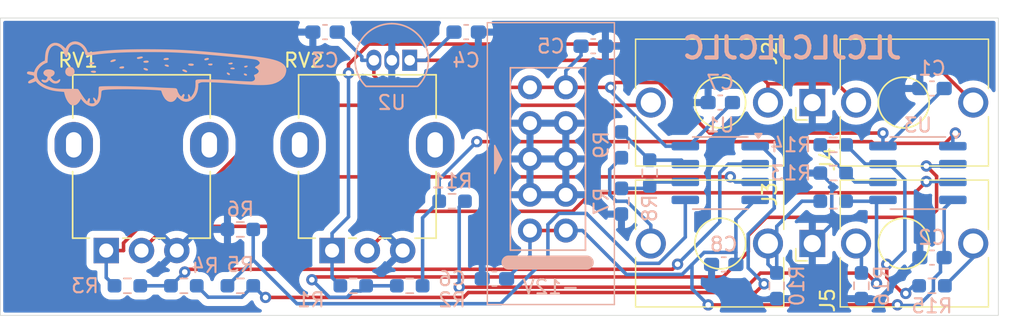
<source format=kicad_pcb>
(kicad_pcb (version 20240108) (generator "pcbnew") (generator_version "8.0")
  (layers (0 "F.Cu" signal) (31 "B.Cu" signal) (34 "B.Paste" user) (35 "F.Paste" user) (36 "B.SilkS" user "B.Silkscreen") (37 "F.SilkS" user "F.Silkscreen") (38 "B.Mask" user) (39 "F.Mask" user) (44 "Edge.Cuts" user))
  (net 0 "")
  (net 1 "+5V")
  (net 2 "GND1")
  (net 3 "-12V")
  (net 4 "+12V")
  (net 5 "/controls/channel/MIX_OUT")
  (net 6 "Net-(U1B--)")
  (net 7 "Net-(J2-PadT)")
  (net 8 "Net-(U1A--)")
  (net 9 "Net-(R4-Pad1)")
  (net 10 "Net-(U1B-+)")
  (net 11 "Net-(R8-Pad1)")
  (net 12 "Net-(U1A-+)")
  (net 13 "Net-(J3-PadT)")
  (net 14 "Net-(J4-PadT)")
  (net 15 "Net-(J5-PadT)")
  (net 16 "/controls/channel1/MIX_OUT")
  (net 17 "Net-(U3A--)")
  (net 18 "Net-(R11-Pad2)")
  (net 19 "Net-(U3B-+)")
  (net 20 "Net-(U3B--)")
  (net 21 "Net-(R14-Pad1)")
  (net 22 "Net-(U3A-+)")
  (footprint "KitsBlips:Jack_3.5mm_QingPu_WQP-PJ398SM_Vertical_CircularHoles" (layer "F.Cu") (at 164 56 90)
    (property "Reference" "J4" (at -4.03 -5.4 90) (layer "F.SilkS"))
    (property "Value" "IN")
    (pad "S" thru_hole rect (at 0 -6.48 270) (size 1.93 1.83) (drill 1.22) (layers "*.Cu" "*.Mask") (net 2 "GND1"))
    (pad "T" thru_hole circle (at 0 4.92 270) (size 2.13 2.13) (drill 1.43) (layers "*.Cu" "*.Mask") (net 14 "Net-(J4-PadT)"))
    (pad "TN" thru_hole circle (at 0 -3.38 270) (size 2.13 2.13) (drill 1.42) (layers "*.Cu" "*.Mask") (net 1 "+5V"))
  )
  (footprint "KitsBlips:Jack_3.5mm_QingPu_WQP-PJ398SM_Vertical_CircularHoles" (layer "F.Cu") (at 151 56 -90)
    (property "Reference" "J2" (at -3.5 -3.5 90) (layer "F.SilkS"))
    (property "Value" "IN")
    (pad "T" thru_hole circle (at 0 4.92 90) (size 2.13 2.13) (drill 1.43) (layers "*.Cu" "*.Mask") (net 7 "Net-(J2-PadT)"))
    (pad "TN" thru_hole circle (at 0 -3.38 90) (size 2.13 2.13) (drill 1.42) (layers "*.Cu" "*.Mask") (net 1 "+5V"))
  )
  (footprint "KitsBlips:Jack_3.5mm_QingPu_WQP-PJ398SM_Vertical_CircularHoles" (layer "F.Cu") (at 151 66 -90)
    (property "Reference" "J3" (at -3.5 -3.5 90) (layer "F.SilkS"))
    (property "Value" "OUT")
    (pad "T" thru_hole circle (at 0 4.92 90) (size 2.13 2.13) (drill 1.43) (layers "*.Cu" "*.Mask") (net 13 "Net-(J3-PadT)"))
    (pad "TN" thru_hole circle (at 0 -3.38 90) (size 2.13 2.13) (drill 1.42) (layers "*.Cu" "*.Mask") (net 5 "/controls/channel/MIX_OUT"))
  )
  (footprint "KitsBlips:Potentiometer_Alpha_RD901F-40-00D_Single_Vertical" (layer "F.Cu") (at 126 59)
    (property "Reference" "RV2" (at -4.5 -6 0) (layer "F.SilkS"))
    (property "Value" "B10k")
    (pad "" thru_hole oval (at -4.8 0 180) (size 2.72 3.24) (drill oval 1.1 1.8) (layers "*.Cu" "*.Mask"))
    (pad "" thru_hole oval (at 4.8 0 180) (size 2.72 3.24) (drill oval 1.1 1.8) (layers "*.Cu" "*.Mask"))
    (pad "1" thru_hole rect (at -2.5 7.5 180) (size 1.8 1.8) (drill 1) (layers "*.Cu" "*.Mask") (net 14 "Net-(J4-PadT)"))
    (pad "2" thru_hole circle (at 0 7.5 180) (size 1.8 1.8) (drill 1) (layers "*.Cu" "*.Mask") (net 22 "Net-(U3A-+)"))
    (pad "3" thru_hole circle (at 2.5 7.5 180) (size 1.8 1.8) (drill 1) (layers "*.Cu" "*.Mask") (net 2 "GND1"))
  )
  (footprint "KitsBlips:Potentiometer_Alpha_RD901F-40-00D_Single_Vertical" (layer "F.Cu") (at 110 59)
    (property "Reference" "RV1" (at -4.5 -6 0) (layer "F.SilkS"))
    (property "Value" "B10k")
    (pad "" thru_hole oval (at -4.8 0 180) (size 2.72 3.24) (drill oval 1.1 1.8) (layers "*.Cu" "*.Mask"))
    (pad "" thru_hole oval (at 4.8 0 180) (size 2.72 3.24) (drill oval 1.1 1.8) (layers "*.Cu" "*.Mask"))
    (pad "1" thru_hole rect (at -2.5 7.5 180) (size 1.8 1.8) (drill 1) (layers "*.Cu" "*.Mask") (net 7 "Net-(J2-PadT)"))
    (pad "2" thru_hole circle (at 0 7.5 180) (size 1.8 1.8) (drill 1) (layers "*.Cu" "*.Mask") (net 12 "Net-(U1A-+)"))
    (pad "3" thru_hole circle (at 2.5 7.5 180) (size 1.8 1.8) (drill 1) (layers "*.Cu" "*.Mask") (net 2 "GND1"))
  )
  (footprint "KitsBlips:Jack_3.5mm_QingPu_WQP-PJ398SM_Vertical_CircularHoles" (layer "F.Cu") (at 164 66 90)
    (property "Reference" "J5" (at -4.03 -5.4 90) (layer "F.SilkS"))
    (property "Value" "OUT")
    (pad "S" thru_hole rect (at 0 -6.48 270) (size 1.93 1.83) (drill 1.22) (layers "*.Cu" "*.Mask") (net 2 "GND1"))
    (pad "T" thru_hole circle (at 0 4.92 270) (size 2.13 2.13) (drill 1.43) (layers "*.Cu" "*.Mask") (net 15 "Net-(J5-PadT)"))
    (pad "TN" thru_hole circle (at 0 -3.38 270) (size 2.13 2.13) (drill 1.42) (layers "*.Cu" "*.Mask") (net 16 "/controls/channel1/MIX_OUT"))
  )
  (footprint "Resistor_SMD:R_0603_1608Metric_Pad0.98x0.95mm_HandSolder" (layer "B.Cu") (at 117 65 180)
    (property "Reference" "R6" (at 0 1.43 0) (layer "B.SilkS") (effects (justify mirror)))
    (property "Value" "100k")
    (pad "1" smd roundrect (at -0.9125 0 180) (size 0.975 0.95) (layers "B.Cu" "B.Paste" "B.Mask") (net 10 "Net-(U1B-+)"))
    (pad "2" smd roundrect (at 0.9125 0 180) (size 0.975 0.95) (layers "B.Cu" "B.Paste" "B.Mask") (net 2 "GND1"))
  )
  (footprint "Capacitor_SMD:C_0603_1608Metric_Pad1.08x0.95mm_HandSolder" (layer "B.Cu") (at 142 52)
    (property "Reference" "C5" (at -3 0 180) (layer "B.SilkS") (effects (justify mirror)))
    (property "Value" "10uF")
    (pad "1" smd roundrect (at -0.8625 0) (size 1.075 0.95) (layers "B.Cu" "B.Paste" "B.Mask") (net 4 "+12V"))
    (pad "2" smd roundrect (at 0.8625 0) (size 1.075 0.95) (layers "B.Cu" "B.Paste" "B.Mask") (net 2 "GND1"))
  )
  (footprint "Package_SO:SOIC-8_3.9x4.9mm_P1.27mm" (layer "B.Cu") (at 165 61 180)
    (property "Reference" "U3" (at 0 3.4 0) (layer "B.SilkS") (effects (justify mirror)))
    (property "Value" "TL072")
    (pad "1" smd roundrect (at -2.475 1.905 180) (size 1.95 0.6) (layers "B.Cu" "B.Paste" "B.Mask") (net 18 "Net-(R11-Pad2)"))
    (pad "2" smd roundrect (at -2.475 0.635 180) (size 1.95 0.6) (layers "B.Cu" "B.Paste" "B.Mask") (net 17 "Net-(U3A--)"))
    (pad "3" smd roundrect (at -2.475 -0.635 180) (size 1.95 0.6) (layers "B.Cu" "B.Paste" "B.Mask") (net 22 "Net-(U3A-+)"))
    (pad "4" smd roundrect (at -2.475 -1.905 180) (size 1.95 0.6) (layers "B.Cu" "B.Paste" "B.Mask") (net 3 "-12V"))
    (pad "5" smd roundrect (at 2.475 -1.905 180) (size 1.95 0.6) (layers "B.Cu" "B.Paste" "B.Mask") (net 19 "Net-(U3B-+)"))
    (pad "6" smd roundrect (at 2.475 -0.635 180) (size 1.95 0.6) (layers "B.Cu" "B.Paste" "B.Mask") (net 20 "Net-(U3B--)"))
    (pad "7" smd roundrect (at 2.475 0.635 180) (size 1.95 0.6) (layers "B.Cu" "B.Paste" "B.Mask") (net 21 "Net-(R14-Pad1)"))
    (pad "8" smd roundrect (at 2.475 1.905 180) (size 1.95 0.6) (layers "B.Cu" "B.Paste" "B.Mask") (net 4 "+12V"))
  )
  (footprint "Resistor_SMD:R_0603_1608Metric_Pad0.98x0.95mm_HandSolder" (layer "B.Cu") (at 146 61 -90)
    (property "Reference" "R8" (at 2.5 0 90) (layer "B.SilkS") (effects (justify mirror)))
    (property "Value" "10k")
    (pad "1" smd roundrect (at -0.9125 0 270) (size 0.975 0.95) (layers "B.Cu" "B.Paste" "B.Mask") (net 11 "Net-(R8-Pad1)"))
    (pad "2" smd roundrect (at 0.9125 0 270) (size 0.975 0.95) (layers "B.Cu" "B.Paste" "B.Mask") (net 6 "Net-(U1B--)"))
  )
  (footprint "Resistor_SMD:R_0603_1608Metric_Pad0.98x0.95mm_HandSolder" (layer "B.Cu") (at 117 69)
    (property "Reference" "R5" (at 0 -1.5 0) (layer "B.SilkS") (effects (justify mirror)))
    (property "Value" "100k")
    (pad "1" smd roundrect (at -0.9125 0) (size 0.975 0.95) (layers "B.Cu" "B.Paste" "B.Mask") (net 10 "Net-(U1B-+)"))
    (pad "2" smd roundrect (at 0.9125 0) (size 0.975 0.95) (layers "B.Cu" "B.Paste" "B.Mask") (net 9 "Net-(R4-Pad1)"))
  )
  (footprint "Resistor_SMD:R_0603_1608Metric_Pad0.98x0.95mm_HandSolder" (layer "B.Cu") (at 144 59 -90)
    (property "Reference" "R9" (at 0 1.43 90) (layer "B.SilkS") (effects (justify mirror)))
    (property "Value" "220R")
    (pad "1" smd roundrect (at -0.9125 0 270) (size 0.975 0.95) (layers "B.Cu" "B.Paste" "B.Mask") (net 11 "Net-(R8-Pad1)"))
    (pad "2" smd roundrect (at 0.9125 0 270) (size 0.975 0.95) (layers "B.Cu" "B.Paste" "B.Mask") (net 13 "Net-(J3-PadT)"))
  )
  (footprint "Resistor_SMD:R_0603_1608Metric_Pad0.98x0.95mm_HandSolder" (layer "B.Cu") (at 125 69 180)
    (property "Reference" "R1" (at 3 -1 0) (layer "B.SilkS") (effects (justify mirror)))
    (property "Value" "20k")
    (pad "1" smd roundrect (at -0.9125 0 180) (size 0.975 0.95) (layers "B.Cu" "B.Paste" "B.Mask") (net 17 "Net-(U3A--)"))
    (pad "2" smd roundrect (at 0.9125 0 180) (size 0.975 0.95) (layers "B.Cu" "B.Paste" "B.Mask") (net 14 "Net-(J4-PadT)"))
  )
  (footprint "KitsBlips:logo" (layer "B.Cu") (at 111 54 180)
    (property "Reference" "REF**" (hide yes))
    (property "Value" "LOGO" (hide yes))
  )
  (footprint "Resistor_SMD:R_0603_1608Metric_Pad0.98x0.95mm_HandSolder" (layer "B.Cu") (at 161 69 90)
    (property "Reference" "R16" (at 0 1.43 90) (layer "B.SilkS") (effects (justify mirror)))
    (property "Value" "1M")
    (pad "1" smd roundrect (at -0.9125 0 90) (size 0.975 0.95) (layers "B.Cu" "B.Paste" "B.Mask") (net 2 "GND1"))
    (pad "2" smd roundrect (at 0.9125 0 90) (size 0.975 0.95) (layers "B.Cu" "B.Paste" "B.Mask") (net 16 "/controls/channel1/MIX_OUT"))
  )
  (footprint "Package_SO:SOIC-8_3.9x4.9mm_P1.27mm" (layer "B.Cu") (at 151 61 180)
    (property "Reference" "U1" (at 0 3.4 0) (layer "B.SilkS") (effects (justify mirror)))
    (property "Value" "TL072")
    (pad "1" smd roundrect (at -2.475 1.905 180) (size 1.95 0.6) (layers "B.Cu" "B.Paste" "B.Mask") (net 9 "Net-(R4-Pad1)"))
    (pad "2" smd roundrect (at -2.475 0.635 180) (size 1.95 0.6) (layers "B.Cu" "B.Paste" "B.Mask") (net 8 "Net-(U1A--)"))
    (pad "3" smd roundrect (at -2.475 -0.635 180) (size 1.95 0.6) (layers "B.Cu" "B.Paste" "B.Mask") (net 12 "Net-(U1A-+)"))
    (pad "4" smd roundrect (at -2.475 -1.905 180) (size 1.95 0.6) (layers "B.Cu" "B.Paste" "B.Mask") (net 3 "-12V"))
    (pad "5" smd roundrect (at 2.475 -1.905 180) (size 1.95 0.6) (layers "B.Cu" "B.Paste" "B.Mask") (net 10 "Net-(U1B-+)"))
    (pad "6" smd roundrect (at 2.475 -0.635 180) (size 1.95 0.6) (layers "B.Cu" "B.Paste" "B.Mask") (net 6 "Net-(U1B--)"))
    (pad "7" smd roundrect (at 2.475 0.635 180) (size 1.95 0.6) (layers "B.Cu" "B.Paste" "B.Mask") (net 11 "Net-(R8-Pad1)"))
    (pad "8" smd roundrect (at 2.475 1.905 180) (size 1.95 0.6) (layers "B.Cu" "B.Paste" "B.Mask") (net 4 "+12V"))
  )
  (footprint "Capacitor_SMD:C_0603_1608Metric_Pad1.08x0.95mm_HandSolder" (layer "B.Cu") (at 166 55 180)
    (property "Reference" "C1" (at 0 1.43 0) (layer "B.SilkS") (effects (justify mirror)))
    (property "Value" "0.1uf")
    (pad "1" smd roundrect (at -0.8625 0 180) (size 1.075 0.95) (layers "B.Cu" "B.Paste" "B.Mask") (net 4 "+12V"))
    (pad "2" smd roundrect (at 0.8625 0 180) (size 1.075 0.95) (layers "B.Cu" "B.Paste" "B.Mask") (net 2 "GND1"))
  )
  (footprint "Capacitor_SMD:C_0603_1608Metric_Pad1.08x0.95mm_HandSolder" (layer "B.Cu") (at 166 67 180)
    (property "Reference" "C2" (at 0 1.43 0) (layer "B.SilkS") (effects (justify mirror)))
    (property "Value" "0.1uf")
    (pad "1" smd roundrect (at -0.8625 0 180) (size 1.075 0.95) (layers "B.Cu" "B.Paste" "B.Mask") (net 3 "-12V"))
    (pad "2" smd roundrect (at 0.8625 0 180) (size 1.075 0.95) (layers "B.Cu" "B.Paste" "B.Mask") (net 2 "GND1"))
  )
  (footprint "Resistor_SMD:R_0603_1608Metric_Pad0.98x0.95mm_HandSolder" (layer "B.Cu") (at 132 63 180)
    (property "Reference" "R11" (at 0 1.43 0) (layer "B.SilkS") (effects (justify mirror)))
    (property "Value" "100k")
    (pad "1" smd roundrect (at -0.9125 0 180) (size 0.975 0.95) (layers "B.Cu" "B.Paste" "B.Mask") (net 19 "Net-(U3B-+)"))
    (pad "2" smd roundrect (at 0.9125 0 180) (size 0.975 0.95) (layers "B.Cu" "B.Paste" "B.Mask") (net 18 "Net-(R11-Pad2)"))
  )
  (footprint "Capacitor_SMD:C_0603_1608Metric_Pad1.08x0.95mm_HandSolder" (layer "B.Cu") (at 135 68.5)
    (property "Reference" "C6" (at -3 0 180) (layer "B.SilkS") (effects (justify mirror)))
    (property "Value" "10uF")
    (pad "1" smd roundrect (at -0.8625 0) (size 1.075 0.95) (layers "B.Cu" "B.Paste" "B.Mask") (net 2 "GND1"))
    (pad "2" smd roundrect (at 0.8625 0) (size 1.075 0.95) (layers "B.Cu" "B.Paste" "B.Mask") (net 3 "-12V"))
  )
  (footprint "Capacitor_SMD:C_0603_1608Metric_Pad1.08x0.95mm_HandSolder" (layer "B.Cu") (at 151 56 180)
    (property "Reference" "C7" (at 0 1.43 0) (layer "B.SilkS") (effects (justify mirror)))
    (property "Value" "0.1uf")
    (pad "1" smd roundrect (at -0.8625 0 180) (size 1.075 0.95) (layers "B.Cu" "B.Paste" "B.Mask") (net 4 "+12V"))
    (pad "2" smd roundrect (at 0.8625 0 180) (size 1.075 0.95) (layers "B.Cu" "B.Paste" "B.Mask") (net 2 "GND1"))
  )
  (footprint "Resistor_SMD:R_0603_1608Metric_Pad0.98x0.95mm_HandSolder" (layer "B.Cu") (at 113 69 180)
    (property "Reference" "R4" (at -1.5 1.43 0) (layer "B.SilkS") (effects (justify mirror)))
    (property "Value" "20k")
    (pad "1" smd roundrect (at -0.9125 0 180) (size 0.975 0.95) (layers "B.Cu" "B.Paste" "B.Mask") (net 9 "Net-(R4-Pad1)"))
    (pad "2" smd roundrect (at 0.9125 0 180) (size 0.975 0.95) (layers "B.Cu" "B.Paste" "B.Mask") (net 8 "Net-(U1A--)"))
  )
  (footprint "Package_TO_SOT_THT:TO-92_Inline" (layer "B.Cu") (at 129 53 180)
    (property "Reference" "U2" (at 1.27 -3 0) (layer "B.SilkS") (effects (justify mirror)))
    (property "Value" "L78L05_TO92")
    (pad "1" thru_hole rect (at 0 0 180) (size 1.05 1.5) (drill 0.75) (layers "*.Cu" "*.Mask") (net 1 "+5V"))
    (pad "2" thru_hole oval (at 1.27 0 180) (size 1.05 1.5) (drill 0.75) (layers "*.Cu" "*.Mask") (net 2 "GND1"))
    (pad "3" thru_hole oval (at 2.54 0 180) (size 1.05 1.5) (drill 0.75) (layers "*.Cu" "*.Mask") (net 4 "+12V"))
  )
  (footprint "Resistor_SMD:R_0603_1608Metric_Pad0.98x0.95mm_HandSolder" (layer "B.Cu") (at 159 61 180)
    (property "Reference" "R13" (at 3 0 0) (layer "B.SilkS") (effects (justify mirror)))
    (property "Value" "10k")
    (pad "1" smd roundrect (at -0.9125 0 180) (size 0.975 0.95) (layers "B.Cu" "B.Paste" "B.Mask") (net 20 "Net-(U3B--)"))
    (pad "2" smd roundrect (at 0.9125 0 180) (size 0.975 0.95) (layers "B.Cu" "B.Paste" "B.Mask") (net 2 "GND1"))
  )
  (footprint "Resistor_SMD:R_0603_1608Metric_Pad0.98x0.95mm_HandSolder" (layer "B.Cu") (at 109 69 180)
    (property "Reference" "R3" (at 3 0 0) (layer "B.SilkS") (effects (justify mirror)))
    (property "Value" "20k")
    (pad "1" smd roundrect (at -0.9125 0 180) (size 0.975 0.95) (layers "B.Cu" "B.Paste" "B.Mask") (net 8 "Net-(U1A--)"))
    (pad "2" smd roundrect (at 0.9125 0 180) (size 0.975 0.95) (layers "B.Cu" "B.Paste" "B.Mask") (net 7 "Net-(J2-PadT)"))
  )
  (footprint "Resistor_SMD:R_0603_1608Metric_Pad0.98x0.95mm_HandSolder" (layer "B.Cu") (at 155 69 90)
    (property "Reference" "R10" (at 0 1.43 90) (layer "B.SilkS") (effects (justify mirror)))
    (property "Value" "1M")
    (pad "1" smd roundrect (at -0.9125 0 90) (size 0.975 0.95) (layers "B.Cu" "B.Paste" "B.Mask") (net 2 "GND1"))
    (pad "2" smd roundrect (at 0.9125 0 90) (size 0.975 0.95) (layers "B.Cu" "B.Paste" "B.Mask") (net 5 "/controls/channel/MIX_OUT"))
  )
  (footprint "Resistor_SMD:R_0603_1608Metric_Pad0.98x0.95mm_HandSolder" (layer "B.Cu") (at 129 69 180)
    (property "Reference" "R2" (at -3 -1 0) (layer "B.SilkS") (effects (justify mirror)))
    (property "Value" "20k")
    (pad "1" smd roundrect (at -0.9125 0 180) (size 0.975 0.95) (layers "B.Cu" "B.Paste" "B.Mask") (net 18 "Net-(R11-Pad2)"))
    (pad "2" smd roundrect (at 0.9125 0 180) (size 0.975 0.95) (layers "B.Cu" "B.Paste" "B.Mask") (net 17 "Net-(U3A--)"))
  )
  (footprint "Resistor_SMD:R_0603_1608Metric_Pad0.98x0.95mm_HandSolder" (layer "B.Cu") (at 166 69)
    (property "Reference" "R15" (at 0 1.43 0) (layer "B.SilkS") (effects (justify mirror)))
    (property "Value" "220R")
    (pad "1" smd roundrect (at -0.9125 0) (size 0.975 0.95) (layers "B.Cu" "B.Paste" "B.Mask") (net 21 "Net-(R14-Pad1)"))
    (pad "2" smd roundrect (at 0.9125 0) (size 0.975 0.95) (layers "B.Cu" "B.Paste" "B.Mask") (net 15 "Net-(J5-PadT)"))
  )
  (footprint "Resistor_SMD:R_0603_1608Metric_Pad0.98x0.95mm_HandSolder" (layer "B.Cu") (at 159 63 180)
    (property "Reference" "R12" (hide yes))
    (property "Value" "100k")
    (pad "1" smd roundrect (at -0.9125 0 180) (size 0.975 0.95) (layers "B.Cu" "B.Paste" "B.Mask") (net 19 "Net-(U3B-+)"))
    (pad "2" smd roundrect (at 0.9125 0 180) (size 0.975 0.95) (layers "B.Cu" "B.Paste" "B.Mask") (net 5 "/controls/channel/MIX_OUT"))
  )
  (footprint "Resistor_SMD:R_0603_1608Metric_Pad0.98x0.95mm_HandSolder" (layer "B.Cu") (at 159 59 180)
    (property "Reference" "R14" (at 3 0 0) (layer "B.SilkS") (effects (justify mirror)))
    (property "Value" "10k")
    (pad "1" smd roundrect (at -0.9125 0 180) (size 0.975 0.95) (layers "B.Cu" "B.Paste" "B.Mask") (net 21 "Net-(R14-Pad1)"))
    (pad "2" smd roundrect (at 0.9125 0 180) (size 0.975 0.95) (layers "B.Cu" "B.Paste" "B.Mask") (net 20 "Net-(U3B--)"))
  )
  (footprint "Capacitor_SMD:C_0603_1608Metric_Pad1.08x0.95mm_HandSolder" (layer "B.Cu") (at 123 51 180)
    (property "Reference" "C3" (at 0 -2 0) (layer "B.SilkS") (effects (justify mirror)))
    (property "Value" "0.33uf")
    (pad "1" smd roundrect (at -0.8625 0 180) (size 1.075 0.95) (layers "B.Cu" "B.Paste" "B.Mask") (net 4 "+12V"))
    (pad "2" smd roundrect (at 0.8625 0 180) (size 1.075 0.95) (layers "B.Cu" "B.Paste" "B.Mask") (net 2 "GND1"))
  )
  (footprint "Capacitor_SMD:C_0603_1608Metric_Pad1.08x0.95mm_HandSolder" (layer "B.Cu") (at 151.2458 67.4849 180)
    (property "Reference" "C8" (at 0 1.43 0) (layer "B.SilkS") (effects (justify mirror)))
    (property "Value" "0.1uf")
    (pad "1" smd roundrect (at -0.8625 0 180) (size 1.075 0.95) (layers "B.Cu" "B.Paste" "B.Mask") (net 3 "-12V"))
    (pad "2" smd roundrect (at 0.8625 0 180) (size 1.075 0.95) (layers "B.Cu" "B.Paste" "B.Mask") (net 2 "GND1"))
  )
  (footprint "Capacitor_SMD:C_0603_1608Metric_Pad1.08x0.95mm_HandSolder" (layer "B.Cu") (at 133 51)
    (property "Reference" "C4" (at 0 2 180) (layer "B.SilkS") (effects (justify mirror)))
    (property "Value" "0.1uf")
    (pad "1" smd roundrect (at -0.8625 0) (size 1.075 0.95) (layers "B.Cu" "B.Paste" "B.Mask") (net 1 "+5V"))
    (pad "2" smd roundrect (at 0.8625 0) (size 1.075 0.95) (layers "B.Cu" "B.Paste" "B.Mask") (net 2 "GND1"))
  )
  (footprint "KitsBlips:Pins_2x05_2.54mm_TH_Europower_shrouded" (layer "B.Cu") (at 139 61.58 180)
    (property "Reference" "J1" (hide yes))
    (property "Value" "EURO_PWR_2x5" (hide yes))
    (fp_text user "-12V" (at 0 -7.5 0) (layer "B.SilkS") (effects (justify mirror)))
    (pad "1" thru_hole oval (at -1.06 6.66 180) (size 1.7 1.7) (drill 1) (layers "*.Cu" "*.Mask") (net 4 "+12V"))
    (pad "2" thru_hole oval (at 1.48 6.66 180) (size 1.7 1.7) (drill 1) (layers "*.Cu" "*.Mask") (net 4 "+12V"))
    (pad "3" thru_hole oval (at -1.06 4.12 180) (size 1.7 1.7) (drill 1) (layers "*.Cu" "*.Mask") (net 2 "GND1"))
    (pad "4" thru_hole oval (at 1.48 4.12 180) (size 1.7 1.7) (drill 1) (layers "*.Cu" "*.Mask") (net 2 "GND1"))
    (pad "5" thru_hole oval (at -1.06 1.58 180) (size 1.7 1.7) (drill 1) (layers "*.Cu" "*.Mask") (net 2 "GND1"))
    (pad "6" thru_hole oval (at 1.48 1.58 180) (size 1.7 1.7) (drill 1) (layers "*.Cu" "*.Mask") (net 2 "GND1"))
    (pad "7" thru_hole oval (at -1.06 -0.96 180) (size 1.7 1.7) (drill 1) (layers "*.Cu" "*.Mask") (net 2 "GND1"))
    (pad "8" thru_hole oval (at 1.48 -0.96 180) (size 1.7 1.7) (drill 1) (layers "*.Cu" "*.Mask") (net 2 "GND1"))
    (pad "9" thru_hole oval (at -1.06 -3.5 180) (size 1.7 1.7) (drill 1) (layers "*.Cu" "*.Mask") (net 3 "-12V"))
    (pad "10" thru_hole oval (at 1.48 -3.5 180) (size 1.7 1.7) (drill 1) (layers "*.Cu" "*.Mask") (net 3 "-12V"))
  )
  (footprint "Resistor_SMD:R_0603_1608Metric_Pad0.98x0.95mm_HandSolder" (layer "B.Cu") (at 144 63 -90)
    (property "Reference" "R7" (at 0 1.43 90) (layer "B.SilkS") (effects (justify mirror)))
    (property "Value" "10k")
    (pad "1" smd roundrect (at -0.9125 0 270) (size 0.975 0.95) (layers "B.Cu" "B.Paste" "B.Mask") (net 6 "Net-(U1B--)"))
    (pad "2" smd roundrect (at 0.9125 0 270) (size 0.975 0.95) (layers "B.Cu" "B.Paste" "B.Mask") (net 2 "GND1"))
  )
  (gr_rect (start 100 50) (end 170.7 71.1) (stroke (width 0.05)) (fill none) (layer "Edge.Cuts"))
  (gr_text "JLCJLCJLCJLC" (at 164 53 0) (layer "B.SilkS") (effects (font (size 1.5 1.5) (thickness 0.3) (bold yes)) (justify left bottom mirror)))
  (segment (start 154.38 54.6662) (end 159.2862 54.6662) (width 0.25) (layer "F.Cu") (net 1))
  (segment (start 152.7138 53) (end 154.38 54.6662) (width 0.25) (layer "F.Cu") (net 1))
  (segment (start 129 53) (end 152.7138 53) (width 0.25) (layer "F.Cu") (net 1))
  (segment (start 154.38 54.6662) (end 154.38 56) (width 0.25) (layer "F.Cu") (net 1))
  (segment (start 159.2862 54.6662) (end 160.62 56) (width 0.25) (layer "F.Cu") (net 1))
  (segment (start 130.1375 53) (end 132.1375 51) (width 0.25) (layer "B.Cu") (net 1))
  (segment (start 129 53) (end 130.1375 53) (width 0.25) (layer "B.Cu") (net 1))
  (segment (start 165.1375 67) (end 162.225 69.9125) (width 0.25) (layer "B.Cu") (net 2))
  (segment (start 162.225 69.9125) (end 161 69.9125) (width 0.25) (layer "B.Cu") (net 2))
  (segment (start 158.9 64.62) (end 157.52 66) (width 0.25) (layer "B.Cu") (net 2))
  (segment (start 158.9 61.8125) (end 158.9 64.62) (width 0.25) (layer "B.Cu") (net 2))
  (segment (start 158.0875 61) (end 158.9 61.8125) (width 0.25) (layer "B.Cu") (net 2))
  (segment (start 154.8 70.35) (end 163.55 70.35) (width 0.25) (layer "F.Cu") (net 3))
  (segment (start 150.143981 70.356019) (end 154.793981 70.356019) (width 0.25) (layer "F.Cu") (net 3))
  (segment (start 154.793981 70.356019) (end 154.8 70.35) (width 0.25) (layer "F.Cu") (net 3))
  (segment (start 137.52 65.08) (end 140.06 65.08) (width 0.25) (layer "F.Cu") (net 3))
  (via (at 150.143981 70.356019) (size 0.8) (drill 0.4) (layers "F.Cu" "B.Cu") (net 3))
  (via (at 163.55 70.35) (size 0.8) (drill 0.4) (layers "F.Cu" "B.Cu") (net 3))
  (segment (start 144.3485 68.1918) (end 148.2995 68.1918) (width 0.25) (layer "B.Cu") (net 3))
  (segment (start 163.55 70.35) (end 163.6 70.4) (width 0.25) (layer "B.Cu") (net 3))
  (segment (start 166.8625 63.5175) (end 166.8625 67) (width 0.25) (layer "B.Cu") (net 3))
  (segment (start 148.9954 69.207437) (end 148.9954 67.4959) (width 0.25) (layer "B.Cu") (net 3))
  (segment (start 152.1083 64.2717) (end 153.475 62.905) (width 0.25) (layer "B.Cu") (net 3))
  (segment (start 152.1083 67.4849) (end 152.1083 66.6308) (width 0.25) (layer "B.Cu") (net 3))
  (segment (start 140.06 65.08) (end 141.2367 65.08) (width 0.25) (layer "B.Cu") (net 3))
  (segment (start 137.52 65.08) (end 137.52 66.8425) (width 0.25) (layer "B.Cu") (net 3))
  (segment (start 150.143981 70.356019) (end 150.143981 70.356018) (width 0.25) (layer "B.Cu") (net 3))
  (segment (start 163.6 70.4) (end 165.05 70.4) (width 0.25) (layer "B.Cu") (net 3))
  (segment (start 166.6 67.2625) (end 166.8625 67) (width 0.25) (layer "B.Cu") (net 3))
  (segment (start 166.6 68.022924) (end 166.6 67.2625) (width 0.25) (layer "B.Cu") (net 3))
  (segment (start 149.8605 66.6308) (end 152.1083 66.6308) (width 0.25) (layer "B.Cu") (net 3))
  (segment (start 166.1 69.35) (end 166.1 68.522924) (width 0.25) (layer "B.Cu") (net 3))
  (segment (start 166.1 68.522924) (end 166.6 68.022924) (width 0.25) (layer "B.Cu") (net 3))
  (segment (start 150.143981 70.356018) (end 148.9954 69.207437) (width 0.25) (layer "B.Cu") (net 3))
  (segment (start 167.475 62.905) (end 166.8625 63.5175) (width 0.25) (layer "B.Cu") (net 3))
  (segment (start 141.2367 65.08) (end 144.3485 68.1918) (width 0.25) (layer "B.Cu") (net 3))
  (segment (start 137.52 66.8425) (end 135.8625 68.5) (width 0.25) (layer "B.Cu") (net 3))
  (segment (start 148.9954 67.4959) (end 149.8605 66.6308) (width 0.25) (layer "B.Cu") (net 3))
  (segment (start 152.1083 66.6308) (end 152.1083 64.2717) (width 0.25) (layer "B.Cu") (net 3))
  (segment (start 148.2995 68.1918) (end 148.9954 67.4959) (width 0.25) (layer "B.Cu") (net 3))
  (segment (start 165.05 70.4) (end 166.1 69.35) (width 0.25) (layer "B.Cu") (net 3))
  (segment (start 143.5726 54.577) (end 146.6575 54.577) (width 0.25) (layer "F.Cu") (net 4))
  (segment (start 146.6575 54.577) (end 150.2458 58.1653) (width 0.25) (layer "F.Cu") (net 4))
  (segment (start 127.3033 54.92) (end 126.46 54.0767) (width 0.25) (layer "F.Cu") (net 4))
  (segment (start 143.2296 54.92) (end 143.5726 54.577) (width 0.25) (layer "F.Cu") (net 4))
  (segment (start 150.2458 58.1653) (end 162.525 58.1653) (width 0.25) (layer "F.Cu") (net 4))
  (segment (start 137.52 54.92) (end 127.3033 54.92) (width 0.25) (layer "F.Cu") (net 4))
  (segment (start 126.46 53) (end 126.46 54.0767) (width 0.25) (layer "F.Cu") (net 4))
  (segment (start 140.06 54.92) (end 143.2296 54.92) (width 0.25) (layer "F.Cu") (net 4))
  (segment (start 137.52 54.92) (end 140.06 54.92) (width 0.25) (layer "F.Cu") (net 4))
  (via (at 162.525 58.1653) (size 0.8) (drill 0.4) (layers "F.Cu" "B.Cu") (net 4))
  (via (at 143.2296 54.92) (size 0.8) (drill 0.4) (layers "F.Cu" "B.Cu") (net 4))
  (segment (start 166.8625 55) (end 162.7675 59.095) (width 0.25) (layer "B.Cu") (net 4))
  (segment (start 140.06 54.92) (end 140.06 53.7433) (width 0.25) (layer "B.Cu") (net 4))
  (segment (start 148.7675 59.095) (end 148.525 59.095) (width 0.25) (layer "B.Cu") (net 4))
  (segment (start 125.6083 52.7458) (end 123.8625 51) (width 0.25) (layer "B.Cu") (net 4))
  (segment (start 151.8625 56) (end 148.7675 59.095) (width 0.25) (layer "B.Cu") (net 4))
  (segment (start 162.525 59.095) (end 162.525 58.1653) (width 0.25) (layer "B.Cu") (net 4))
  (segment (start 126.46 53) (end 125.6083 53) (width 0.25) (layer "B.Cu") (net 4))
  (segment (start 125.6083 53) (end 125.6083 52.7458) (width 0.25) (layer "B.Cu") (net 4))
  (segment (start 147.1414 59.095) (end 143.2296 55.1832) (width 0.25) (layer "B.Cu") (net 4))
  (segment (start 141.1375 52.6658) (end 140.06 53.7433) (width 0.25) (layer "B.Cu") (net 4))
  (segment (start 162.7675 59.095) (end 162.525 59.095) (width 0.25) (layer "B.Cu") (net 4))
  (segment (start 141.1375 52) (end 141.1375 52.6658) (width 0.25) (layer "B.Cu") (net 4))
  (segment (start 148.525 59.095) (end 147.1414 59.095) (width 0.25) (layer "B.Cu") (net 4))
  (segment (start 143.2296 55.1832) (end 143.2296 54.92) (width 0.25) (layer "B.Cu") (net 4))
  (segment (start 155 64.7829) (end 156.7829 63) (width 0.25) (layer "B.Cu") (net 5))
  (segment (start 156.7829 63) (end 158.0875 63) (width 0.25) (layer "B.Cu") (net 5))
  (segment (start 155 68.0875) (end 155 64.7829) (width 0.25) (layer "B.Cu") (net 5))
  (segment (start 155 68.0875) (end 154.38 67.4675) (width 0.25) (layer "B.Cu") (net 5))
  (segment (start 154.38 67.4675) (end 154.38 66) (width 0.25) (layer "B.Cu") (net 5))
  (segment (start 144 62.0875) (end 145.825 62.0875) (width 0.25) (layer "B.Cu") (net 6))
  (segment (start 145.825 62.0875) (end 146 61.9125) (width 0.25) (layer "B.Cu") (net 6))
  (segment (start 146.2775 61.635) (end 148.525 61.635) (width 0.25) (layer "B.Cu") (net 6))
  (segment (start 146 61.9125) (end 146.2775 61.635) (width 0.25) (layer "B.Cu") (net 6))
  (segment (start 145.8899 56.1901) (end 146.08 56) (width 0.25) (layer "F.Cu") (net 7))
  (segment (start 110.519 64.171) (end 112.329 64.171) (width 0.25) (layer "F.Cu") (net 7))
  (segment (start 112.329 64.171) (end 120.3099 56.1901) (width 0.25) (layer "F.Cu") (net 7))
  (segment (start 120.3099 56.1901) (end 145.8899 56.1901) (width 0.25) (layer "F.Cu") (net 7))
  (segment (start 108.7267 66.5) (end 108.7267 65.9633) (width 0.25) (layer "F.Cu") (net 7))
  (segment (start 108.7267 65.9633) (end 110.519 64.171) (width 0.25) (layer "F.Cu") (net 7))
  (segment (start 107.5 66.5) (end 108.7267 66.5) (width 0.25) (layer "F.Cu") (net 7))
  (segment (start 108.0875 69) (end 107.5 68.4125) (width 0.25) (layer "B.Cu") (net 7))
  (segment (start 107.5 68.4125) (end 107.5 66.5) (width 0.25) (layer "B.Cu") (net 7))
  (segment (start 113.2586 67.8285) (end 147.6107 67.8285) (width 0.25) (layer "F.Cu") (net 8))
  (segment (start 113.0643 68.0228) (end 113.2586 67.8285) (width 0.25) (layer "F.Cu") (net 8))
  (segment (start 147.6107 67.8285) (end 147.9741 67.4651) (width 0.25) (layer "F.Cu") (net 8))
  (via (at 147.9741 67.4651) (size 0.8) (drill 0.4) (layers "F.Cu" "B.Cu") (net 8))
  (via (at 113.0643 68.0228) (size 0.8) (drill 0.4) (layers "F.Cu" "B.Cu") (net 8))
  (segment (start 112.0875 68.9996) (end 113.0643 68.0228) (width 0.25) (layer "B.Cu") (net 8))
  (segment (start 150.9668 64.4724) (end 150.9668 60.9731) (width 0.25) (layer "B.Cu") (net 8))
  (segment (start 109.9125 69) (end 112.0875 69) (width 0.25) (layer "B.Cu") (net 8))
  (segment (start 151.5749 60.365) (end 153.475 60.365) (width 0.25) (layer "B.Cu") (net 8))
  (segment (start 150.9668 60.9731) (end 151.5749 60.365) (width 0.25) (layer "B.Cu") (net 8))
  (segment (start 147.9741 67.4651) (end 150.9668 64.4724) (width 0.25) (layer "B.Cu") (net 8))
  (segment (start 112.0875 69) (end 112.0875 68.9996) (width 0.25) (layer "B.Cu") (net 8))
  (segment (start 154.107229 68.863275) (end 153.494104 69.4764) (width 0.25) (layer "F.Cu") (net 9))
  (segment (start 133.153505 69.4764) (end 132.803805 69.8261) (width 0.25) (layer "F.Cu") (net 9))
  (segment (start 153.494104 69.4764) (end 133.153505 69.4764) (width 0.25) (layer "F.Cu") (net 9))
  (segment (start 132.803805 69.8261) (end 118.788 69.8261) (width 0.25) (layer "F.Cu") (net 9))
  (via (at 118.788 69.8261) (size 0.8) (drill 0.4) (layers "F.Cu" "B.Cu") (net 9))
  (via (at 154.107229 68.863275) (size 0.8) (drill 0.4) (layers "F.Cu" "B.Cu") (net 9))
  (segment (start 117.9125 69) (end 118.7386 69.8261) (width 0.25) (layer "B.Cu") (net 9))
  (segment (start 154.8266 63.4909) (end 154.8266 60.0052) (width 0.25) (layer "B.Cu") (net 9))
  (segment (start 152.9784 65.3391) (end 154.8266 63.4909) (width 0.25) (layer "B.Cu") (net 9))
  (segment (start 154.107229 68.863275) (end 152.9784 67.734446) (width 0.25) (layer "B.Cu") (net 9))
  (segment (start 118.7386 69.8261) (end 118.788 69.8261) (width 0.25) (layer "B.Cu") (net 9))
  (segment (start 154.8266 60.0052) (end 153.9164 59.095) (width 0.25) (layer "B.Cu") (net 9))
  (segment (start 152.9784 67.734446) (end 152.9784 65.3391) (width 0.25) (layer "B.Cu") (net 9))
  (segment (start 153.9164 59.095) (end 153.475 59.095) (width 0.25) (layer "B.Cu") (net 9))
  (segment (start 114.7225 69.81) (end 117.1025 69.81) (width 0.25) (layer "B.Cu") (net 9))
  (segment (start 113.9125 69) (end 114.7225 69.81) (width 0.25) (layer "B.Cu") (net 9))
  (segment (start 117.1025 69.81) (end 117.9125 69) (width 0.25) (layer "B.Cu") (net 9))
  (segment (start 117.9125 67.175) (end 117.9125 65) (width 0.25) (layer "B.Cu") (net 10))
  (segment (start 138.79 64.6492) (end 139.5768 63.8624) (width 0.25) (layer "B.Cu") (net 10))
  (segment (start 138.79 66.9289) (end 138.79 64.6492) (width 0.25) (layer "B.Cu") (net 10))
  (segment (start 145.0588 67.4069) (end 146.6619 67.4069) (width 0.25) (layer "B.Cu") (net 10))
  (segment (start 148.525 65.5438) (end 148.525 62.905) (width 0.25) (layer "B.Cu") (net 10))
  (segment (start 116.0875 69) (end 117.9125 67.175) (width 0.25) (layer "B.Cu") (net 10))
  (segment (start 146.6619 67.4069) (end 148.525 65.5438) (width 0.25) (layer "B.Cu") (net 10))
  (segment (start 141.5143 63.8624) (end 145.0588 67.4069) (width 0.25) (layer "B.Cu") (net 10))
  (segment (start 121.0064 70.2689) (end 135.45 70.2689) (width 0.25) (layer "B.Cu") (net 10))
  (segment (start 117.9125 67.175) (end 121.0064 70.2689) (width 0.25) (layer "B.Cu") (net 10))
  (segment (start 135.45 70.2689) (end 138.79 66.9289) (width 0.25) (layer "B.Cu") (net 10))
  (segment (start 139.5768 63.8624) (end 141.5143 63.8624) (width 0.25) (layer "B.Cu") (net 10))
  (segment (start 146 60.0875) (end 148.2475 60.0875) (width 0.25) (layer "B.Cu") (net 11))
  (segment (start 144 58.0875) (end 146 60.0875) (width 0.25) (layer "B.Cu") (net 11))
  (segment (start 148.2475 60.0875) (end 148.525 60.365) (width 0.25) (layer "B.Cu") (net 11))
  (segment (start 110 66.5) (end 111.7183 64.7817) (width 0.25) (layer "F.Cu") (net 12))
  (segment (start 123.0738 61.27) (end 151.7099 61.27) (width 0.25) (layer "F.Cu") (net 12))
  (segment (start 111.7183 64.7817) (end 119.5621 64.7817) (width 0.25) (layer "F.Cu") (net 12))
  (segment (start 119.5621 64.7817) (end 123.0738 61.27) (width 0.25) (layer "F.Cu") (net 12))
  (via (at 151.7099 61.27) (size 0.8) (drill 0.4) (layers "F.Cu" "B.Cu") (net 12))
  (segment (start 152.0749 61.635) (end 151.7099 61.27) (width 0.25) (layer "B.Cu") (net 12))
  (segment (start 153.475 61.635) (end 152.0749 61.635) (width 0.25) (layer "B.Cu") (net 12))
  (segment (start 143.1682 60.7443) (end 144 59.9125) (width 0.25) (layer "B.Cu") (net 13))
  (segment (start 146.08 64.6984) (end 144.3816 63) (width 0.25) (layer "B.Cu") (net 13))
  (segment (start 143.1682 62.5449) (end 143.1682 60.7443) (width 0.25) (layer "B.Cu") (net 13))
  (segment (start 144.3816 63) (end 143.6233 63) (width 0.25) (layer "B.Cu") (net 13))
  (segment (start 146.08 66) (end 146.08 64.6984) (width 0.25) (layer "B.Cu") (net 13))
  (segment (start 143.6233 63) (end 143.1682 62.5449) (width 0.25) (layer "B.Cu") (net 13))
  (segment (start 168.92 56) (end 164.7683 51.8483) (width 0.25) (layer "F.Cu") (net 14))
  (segment (start 126.1076 51.8483) (end 124.6651 53.2908) (width 0.25) (layer "F.Cu") (net 14))
  (segment (start 124.6651 53.2908) (end 124.6651 53.9107) (width 0.25) (layer "F.Cu") (net 14))
  (segment (start 164.7683 51.8483) (end 126.1076 51.8483) (width 0.25) (layer "F.Cu") (net 14))
  (via (at 124.6651 53.9107) (size 0.8) (drill 0.4) (layers "F.Cu" "B.Cu") (net 14))
  (segment (start 123.5 68.4125) (end 123.5 66.5) (width 0.25) (layer "B.Cu") (net 14))
  (segment (start 123.5 66.5) (end 123.5 65.2733) (width 0.25) (layer "B.Cu") (net 14))
  (segment (start 124.6651 64.1082) (end 123.5 65.2733) (width 0.25) (layer "B.Cu") (net 14))
  (segment (start 124.0875 69) (end 123.5 68.4125) (width 0.25) (layer "B.Cu") (net 14))
  (segment (start 124.6651 53.9107) (end 124.6651 64.1082) (width 0.25) (layer "B.Cu") (net 14))
  (segment (start 168.92 66.9925) (end 166.9125 69) (width 0.25) (layer "B.Cu") (net 15))
  (segment (start 168.92 66) (end 168.92 66.9925) (width 0.25) (layer "B.Cu") (net 15))
  (segment (start 161 66.38) (end 161 68.0875) (width 0.25) (layer "B.Cu") (net 16))
  (segment (start 160.62 66) (end 161 66.38) (width 0.25) (layer "B.Cu") (net 16))
  (segment (start 152.99 65.424243) (end 152.99 66.575757) (width 0.25) (layer "F.Cu") (net 17))
  (segment (start 151.193057 68.3727) (end 122.2677 68.3727) (width 0.25) (layer "F.Cu") (net 17))
  (segment (start 122.2677 68.3727) (end 122.0687 68.5717) (width 0.25) (layer "F.Cu") (net 17))
  (segment (start 165.82648 64.142581) (end 166.325 63.644061) (width 0.25) (layer "F.Cu") (net 17))
  (segment (start 165.82648 64.142581) (end 154.271662 64.142581) (width 0.25) (layer "F.Cu") (net 17))
  (segment (start 152.99 66.575757) (end 151.193057 68.3727) (width 0.25) (layer "F.Cu") (net 17))
  (segment (start 154.271662 64.142581) (end 152.99 65.424243) (width 0.25) (layer "F.Cu") (net 17))
  (segment (start 166.325 63.644061) (end 166.325 61.225) (width 0.25) (layer "F.Cu") (net 17))
  (segment (start 166.325 61.225) (end 165.6 60.5) (width 0.25) (layer "F.Cu") (net 17))
  (via (at 122.0687 68.5717) (size 0.8) (drill 0.4) (layers "F.Cu" "B.Cu") (net 17))
  (via (at 165.6 60.5) (size 0.8) (drill 0.4) (layers "F.Cu" "B.Cu") (net 17))
  (segment (start 167.34 60.5) (end 167.475 60.365) (width 0.25) (layer "B.Cu") (net 17))
  (segment (start 167.475 60.365) (end 167.9065 60.365) (width 0.25) (layer "B.Cu") (net 17))
  (segment (start 125.0072 69.3671) (end 124.5571 69.8172) (width 0.25) (layer "B.Cu") (net 17))
  (segment (start 125.9125 69) (end 128.0875 69) (width 0.25) (layer "B.Cu") (net 17))
  (segment (start 165.6 60.5) (end 167.34 60.5) (width 0.25) (layer "B.Cu") (net 17))
  (segment (start 123.3142 69.8172) (end 122.0687 68.5717) (width 0.25) (layer "B.Cu") (net 17))
  (segment (start 124.5571 69.8172) (end 123.3142 69.8172) (width 0.25) (layer "B.Cu") (net 17))
  (segment (start 125.5455 69.367) (end 125.0072 69.367) (width 0.25) (layer "B.Cu") (net 17))
  (segment (start 125.0072 69.367) (end 125.0072 69.3671) (width 0.25) (layer "B.Cu") (net 17))
  (segment (start 125.9125 69) (end 125.5455 69.367) (width 0.25) (layer "B.Cu") (net 17))
  (segment (start 161.8338 58.892) (end 166.9259 58.892) (width 0.25) (layer "F.Cu") (net 18))
  (segment (start 166.9259 58.892) (end 167.6571 58.1608) (width 0.25) (layer "F.Cu") (net 18))
  (segment (start 133.7551 58.775) (end 161.7168 58.775) (width 0.25) (layer "F.Cu") (net 18))
  (segment (start 161.7168 58.775) (end 161.8338 58.892) (width 0.25) (layer "F.Cu") (net 18))
  (via (at 133.7551 58.775) (size 0.8) (drill 0.4) (layers "F.Cu" "B.Cu") (net 18))
  (via (at 167.6571 58.1608) (size 0.8) (drill 0.4) (layers "F.Cu" "B.Cu") (net 18))
  (segment (start 131.0875 63) (end 131.0875 61.4426) (width 0.25) (layer "B.Cu") (net 18))
  (segment (start 131.0875 61.4426) (end 133.7551 58.775) (width 0.25) (layer "B.Cu") (net 18))
  (segment (start 129.9125 64.175) (end 131.0875 63) (width 0.25) (layer "B.Cu") (net 18))
  (segment (start 167.475 58.3429) (end 167.475 59.095) (width 0.25) (layer "B.Cu") (net 18))
  (segment (start 129.9125 69) (end 129.9125 64.175) (width 0.25) (layer "B.Cu") (net 18))
  (segment (start 167.6571 58.1608) (end 167.475 58.3429) (width 0.25) (layer "B.Cu") (net 18))
  (segment (start 153.8452 68.1) (end 161.3387 68.1) (width 0.25) (layer "F.Cu") (net 19))
  (segment (start 161.3387 68.1) (end 162.0694 68.8307) (width 0.25) (layer "F.Cu") (net 19))
  (segment (start 152.8458 69.0994) (end 153.8452 68.1) (width 0.25) (layer "F.Cu") (net 19))
  (segment (start 132.5052 69.0994) (end 152.8458 69.0994) (width 0.25) (layer "F.Cu") (net 19))
  (via (at 132.5052 69.0994) (size 0.8) (drill 0.4) (layers "F.Cu" "B.Cu") (net 19))
  (via (at 162.0694 68.8307) (size 0.8) (drill 0.4) (layers "F.Cu" "B.Cu") (net 19))
  (segment (start 132.5052 63.4073) (end 132.9125 63) (width 0.25) (layer "B.Cu") (net 19))
  (segment (start 162.0694 63) (end 162.0694 68.8307) (width 0.25) (layer "B.Cu") (net 19))
  (segment (start 132.5052 69.0994) (end 132.5052 63.4073) (width 0.25) (layer "B.Cu") (net 19))
  (segment (start 162.43 63) (end 162.0694 63) (width 0.25) (layer "B.Cu") (net 19))
  (segment (start 162.525 62.905) (end 162.43 63) (width 0.25) (layer "B.Cu") (net 19))
  (segment (start 162.0694 63) (end 159.9125 63) (width 0.25) (layer "B.Cu") (net 19))
  (segment (start 160.5475 61.635) (end 159.9125 61) (width 0.25) (layer "B.Cu") (net 20))
  (segment (start 158.0875 59.175) (end 158.0875 59) (width 0.25) (layer "B.Cu") (net 20))
  (segment (start 162.525 61.635) (end 160.5475 61.635) (width 0.25) (layer "B.Cu") (net 20))
  (segment (start 159.9125 61) (end 158.0875 59.175) (width 0.25) (layer "B.Cu") (net 20))
  (segment (start 162.7944 68.3944) (end 163.943593 69.543593) (width 0.25) (layer "F.Cu") (net 21))
  (segment (start 163.943593 69.543593) (end 164.141365 69.543593) (width 0.25) (layer "F.Cu") (net 21))
  (segment (start 162.7944 67.475062) (end 162.7944 68.3944) (width 0.25) (layer "F.Cu") (net 21))
  (via (at 162.7944 67.475062) (size 0.8) (drill 0.4) (layers "F.Cu" "B.Cu") (net 21))
  (via (at 164.141365 69.543593) (size 0.8) (drill 0.4) (layers "F.Cu" "B.Cu") (net 21))
  (segment (start 161.2775 60.365) (end 162.525 60.365) (width 0.25) (layer "B.Cu") (net 21))
  (segment (start 164.0772 61.468) (end 162.9742 60.365) (width 0.25) (layer "B.Cu") (net 21))
  (segment (start 162.9742 60.365) (end 162.525 60.365) (width 0.25) (layer "B.Cu") (net 21))
  (segment (start 164.684958 69) (end 164.141365 69.543593) (width 0.25) (layer "B.Cu") (net 21))
  (segment (start 163 67.6) (end 164.0772 66.5228) (width 0.25) (layer "B.Cu") (net 21))
  (segment (start 164.0772 66.5228) (end 164.0772 61.468) (width 0.25) (layer "B.Cu") (net 21))
  (segment (start 159.9125 59) (end 161.2775 60.365) (width 0.25) (layer "B.Cu") (net 21))
  (segment (start 165.0875 69) (end 164.684958 69) (width 0.25) (layer "B.Cu") (net 21))
  (segment (start 164.8 62.4) (end 141.861701 62.4) (width 0.25) (layer "F.Cu") (net 22))
  (segment (start 140.546701 63.715) (end 128.785 63.715) (width 0.25) (layer "F.Cu") (net 22))
  (segment (start 141.861701 62.4) (end 140.546701 63.715) (width 0.25) (layer "F.Cu") (net 22))
  (segment (start 165.6 61.6) (end 164.8 62.4) (width 0.25) (layer "F.Cu") (net 22))
  (segment (start 128.785 63.715) (end 126 66.5) (width 0.25) (layer "F.Cu") (net 22))
  (via (at 165.6 61.6) (size 0.8) (drill 0.4) (layers "F.Cu" "B.Cu") (net 22))
  (segment (start 167.0392 61.635) (end 167.475 61.635) (width 0.25) (layer "B.Cu") (net 22))
  (segment (start 165.6 61.6) (end 167.0042 61.6) (width 0.25) (layer "B.Cu") (net 22))
  (segment (start 167.0042 61.6) (end 167.0392 61.635) (width 0.25) (layer "B.Cu") (net 22))
  (zone (net 2) (net_name "GND1") (layer "B.Cu") (connect_pads (clearance 0.5)) (min_thickness 0.25) (fill yes (thermal_gap 0.5) (thermal_bridge_width 0.5))
    (polygon (pts (xy 170.7 50) (xy 100 50) (xy 100 71.1) (xy 170.7 71.1)))
  )
)
</source>
